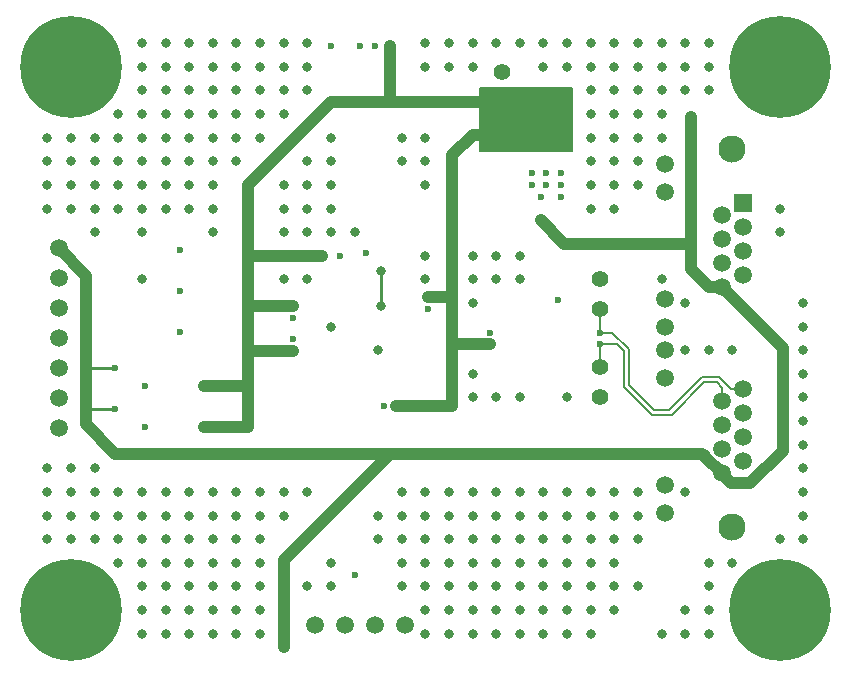
<source format=gbr>
%TF.GenerationSoftware,KiCad,Pcbnew,(6.0.1-0)*%
%TF.CreationDate,2022-12-13T14:32:30+01:00*%
%TF.ProjectId,CAN_Steppermodul,43414e5f-5374-4657-9070-65726d6f6475,rev?*%
%TF.SameCoordinates,Original*%
%TF.FileFunction,Copper,L4,Bot*%
%TF.FilePolarity,Positive*%
%FSLAX46Y46*%
G04 Gerber Fmt 4.6, Leading zero omitted, Abs format (unit mm)*
G04 Created by KiCad (PCBNEW (6.0.1-0)) date 2022-12-13 14:32:30*
%MOMM*%
%LPD*%
G01*
G04 APERTURE LIST*
%TA.AperFunction,ComponentPad*%
%ADD10C,8.600000*%
%TD*%
%TA.AperFunction,ComponentPad*%
%ADD11C,0.900000*%
%TD*%
%TA.AperFunction,ComponentPad*%
%ADD12C,1.400000*%
%TD*%
%TA.AperFunction,ComponentPad*%
%ADD13C,2.300000*%
%TD*%
%TA.AperFunction,ComponentPad*%
%ADD14C,1.500000*%
%TD*%
%TA.AperFunction,ComponentPad*%
%ADD15R,1.500000X1.500000*%
%TD*%
%TA.AperFunction,ComponentPad*%
%ADD16C,1.508000*%
%TD*%
%TA.AperFunction,ViaPad*%
%ADD17C,0.800000*%
%TD*%
%TA.AperFunction,ViaPad*%
%ADD18C,0.600000*%
%TD*%
%TA.AperFunction,Conductor*%
%ADD19C,1.000000*%
%TD*%
%TA.AperFunction,Conductor*%
%ADD20C,0.250000*%
%TD*%
%TA.AperFunction,Conductor*%
%ADD21C,0.200000*%
%TD*%
G04 APERTURE END LIST*
D10*
%TO.P,H4,1,1*%
%TO.N,GND*%
X178000000Y-76000000D03*
D11*
X178000000Y-79225000D03*
X175719581Y-78280419D03*
X180280419Y-73719581D03*
X180280419Y-78280419D03*
X174775000Y-76000000D03*
X175719581Y-73719581D03*
X178000000Y-72775000D03*
X181225000Y-76000000D03*
%TD*%
D10*
%TO.P,H3,1,1*%
%TO.N,GND*%
X118000000Y-76000000D03*
D11*
X118000000Y-79225000D03*
X115719581Y-78280419D03*
X120280419Y-73719581D03*
X120280419Y-78280419D03*
X114775000Y-76000000D03*
X115719581Y-73719581D03*
X118000000Y-72775000D03*
X121225000Y-76000000D03*
%TD*%
D10*
%TO.P,H2,1,1*%
%TO.N,GND*%
X118000000Y-122000000D03*
D11*
X118000000Y-125225000D03*
X115719581Y-124280419D03*
X120280419Y-119719581D03*
X120280419Y-124280419D03*
X114775000Y-122000000D03*
X115719581Y-119719581D03*
X118000000Y-118775000D03*
X121225000Y-122000000D03*
%TD*%
D10*
%TO.P,H1,1,1*%
%TO.N,GND*%
X178000000Y-122000000D03*
D11*
X178000000Y-125225000D03*
X175719581Y-124280419D03*
X180280419Y-119719581D03*
X180280419Y-124280419D03*
X174775000Y-122000000D03*
X175719581Y-119719581D03*
X178000000Y-118775000D03*
X181225000Y-122000000D03*
%TD*%
D12*
%TO.P,TP3,1,1*%
%TO.N,GND*%
X162750000Y-104000000D03*
%TO.P,TP3,2,2*%
%TO.N,/CAN-*%
X162750000Y-101460000D03*
%TD*%
%TO.P,TP2,1,1*%
%TO.N,GND*%
X162750000Y-94000000D03*
%TO.P,TP2,2,2*%
%TO.N,/CAN+*%
X162750000Y-96540000D03*
%TD*%
%TO.P,TP1,1,1*%
%TO.N,GND*%
X154460000Y-76460000D03*
%TO.P,TP1,2,2*%
%TO.N,+3V3*%
X154460000Y-79000000D03*
%TD*%
D13*
%TO.P,J4,SH*%
%TO.N,GND*%
X173985000Y-83000000D03*
X173985000Y-115000000D03*
D14*
%TO.P,J4,24*%
%TO.N,/LED4*%
X168275000Y-113740000D03*
%TO.P,J4,23*%
%TO.N,GND*%
X168275000Y-111450000D03*
%TO.P,J4,22*%
%TO.N,/LED3*%
X168275000Y-102310000D03*
%TO.P,J4,21*%
%TO.N,GND*%
X168275000Y-100020000D03*
%TO.P,J4,20*%
%TO.N,+24V*%
X173095000Y-110432000D03*
%TO.P,J4,19*%
%TO.N,GND*%
X174875000Y-109416000D03*
%TO.P,J4,18*%
X173095000Y-108400000D03*
%TO.P,J4,17*%
%TO.N,unconnected-(J4-Pad17)*%
X174875000Y-107384000D03*
%TO.P,J4,16*%
%TO.N,unconnected-(J4-Pad16)*%
X173095000Y-106368000D03*
%TO.P,J4,15*%
%TO.N,GND*%
X174875000Y-105352000D03*
%TO.P,J4,14*%
%TO.N,/CAN-*%
X173095000Y-104336000D03*
%TO.P,J4,13*%
%TO.N,/CAN+*%
X174875000Y-103320000D03*
%TO.P,J4,12*%
%TO.N,/LED2*%
X168275000Y-97990000D03*
%TO.P,J4,11*%
%TO.N,GND*%
X168275000Y-95700000D03*
%TO.P,J4,10*%
%TO.N,/LED1*%
X168275000Y-86560000D03*
%TO.P,J4,9*%
%TO.N,GND*%
X168275000Y-84270000D03*
%TO.P,J4,8*%
%TO.N,+24V*%
X173095000Y-94682000D03*
%TO.P,J4,7*%
%TO.N,GND*%
X174875000Y-93666000D03*
%TO.P,J4,6*%
X173095000Y-92650000D03*
%TO.P,J4,5*%
%TO.N,unconnected-(J4-Pad5)*%
X174875000Y-91634000D03*
%TO.P,J4,4*%
%TO.N,unconnected-(J4-Pad4)*%
X173095000Y-90618000D03*
%TO.P,J4,3*%
%TO.N,GND*%
X174875000Y-89602000D03*
%TO.P,J4,2*%
%TO.N,/CAN-*%
X173095000Y-88586000D03*
D15*
%TO.P,J4,1*%
%TO.N,/CAN+*%
X174875000Y-87570000D03*
%TD*%
D16*
%TO.P,J3,4,Pin_4*%
%TO.N,GND*%
X146310000Y-123300000D03*
%TO.P,J3,3,Pin_3*%
%TO.N,Net-(C11-Pad1)*%
X143770000Y-123300000D03*
%TO.P,J3,2,Pin_2*%
%TO.N,GND*%
X141230000Y-123300000D03*
%TO.P,J3,1,Pin_1*%
%TO.N,Net-(J3-Pad1)*%
X138690000Y-123300000D03*
%TD*%
%TO.P,J2,7,Pin_7*%
%TO.N,GND*%
X116950000Y-106620000D03*
%TO.P,J2,6,Pin_6*%
%TO.N,/ALM+*%
X116950000Y-104080000D03*
%TO.P,J2,5,Pin_5*%
%TO.N,/POS+*%
X116950000Y-101540000D03*
%TO.P,J2,4,Pin_4*%
%TO.N,/ENA-*%
X116950000Y-99000000D03*
%TO.P,J2,3,Pin_3*%
%TO.N,/DIR-*%
X116950000Y-96460000D03*
%TO.P,J2,2,Pin_2*%
%TO.N,/PUL-*%
X116950000Y-93920000D03*
%TO.P,J2,1,Pin_1*%
%TO.N,+24V*%
X116950000Y-91380000D03*
%TD*%
D17*
%TO.N,GND*%
X180000000Y-116000000D03*
X180000000Y-114000000D03*
X180000000Y-112000000D03*
X180000000Y-110000000D03*
X180000000Y-108000000D03*
X180000000Y-106000000D03*
X180000000Y-104000000D03*
X180000000Y-102000000D03*
X180000000Y-100000000D03*
X180000000Y-98000000D03*
X180000000Y-96000000D03*
X178000000Y-116000000D03*
X178000000Y-90000000D03*
X178000000Y-88000000D03*
X174000000Y-118000000D03*
X174000000Y-100000000D03*
X172000000Y-124000000D03*
X172000000Y-122000000D03*
X172000000Y-120000000D03*
X172000000Y-118000000D03*
X172000000Y-100000000D03*
X172000000Y-78000000D03*
X172000000Y-76000000D03*
X172000000Y-74000000D03*
X170000000Y-124000000D03*
X170000000Y-122000000D03*
X170000000Y-112000000D03*
X170000000Y-100000000D03*
X170000000Y-96000000D03*
X170000000Y-78000000D03*
X170000000Y-76000000D03*
X170000000Y-74000000D03*
X168000000Y-124000000D03*
X168000000Y-94000000D03*
X168000000Y-82000000D03*
X168000000Y-80000000D03*
X168000000Y-78000000D03*
X168000000Y-76000000D03*
X168000000Y-74000000D03*
X166000000Y-120000000D03*
X166000000Y-116000000D03*
X166000000Y-114000000D03*
X166000000Y-112000000D03*
X166000000Y-86000000D03*
X166000000Y-84000000D03*
X166000000Y-82000000D03*
X166000000Y-80000000D03*
X166000000Y-78000000D03*
X166000000Y-76000000D03*
X166000000Y-74000000D03*
X164000000Y-122000000D03*
X164000000Y-120000000D03*
X164000000Y-118000000D03*
X164000000Y-116000000D03*
X164000000Y-114000000D03*
X164000000Y-112000000D03*
X164000000Y-88000000D03*
X164000000Y-86000000D03*
X164000000Y-84000000D03*
X164000000Y-82000000D03*
X164000000Y-80000000D03*
X164000000Y-78000000D03*
X164000000Y-76000000D03*
X164000000Y-74000000D03*
X162000000Y-124000000D03*
X162000000Y-122000000D03*
X162000000Y-120000000D03*
X162000000Y-118000000D03*
X162000000Y-116000000D03*
X162000000Y-114000000D03*
X162000000Y-112000000D03*
X162000000Y-88000000D03*
X162000000Y-86000000D03*
X162000000Y-84000000D03*
X162000000Y-82000000D03*
X162000000Y-80000000D03*
X162000000Y-78000000D03*
X162000000Y-76000000D03*
X162000000Y-74000000D03*
X160000000Y-124000000D03*
X160000000Y-122000000D03*
X160000000Y-120000000D03*
X160000000Y-118000000D03*
X160000000Y-116000000D03*
X160000000Y-114000000D03*
X160000000Y-112000000D03*
X160000000Y-104000000D03*
X160000000Y-76000000D03*
X160000000Y-74000000D03*
X158000000Y-124000000D03*
X158000000Y-122000000D03*
X158000000Y-120000000D03*
X158000000Y-118000000D03*
X158000000Y-116000000D03*
X158000000Y-114000000D03*
X158000000Y-112000000D03*
X158000000Y-76000000D03*
X158000000Y-74000000D03*
X156000000Y-124000000D03*
X156000000Y-122000000D03*
X156000000Y-120000000D03*
X156000000Y-118000000D03*
X156000000Y-116000000D03*
X156000000Y-114000000D03*
X156000000Y-112000000D03*
X156000000Y-104000000D03*
X156000000Y-94000000D03*
X156000000Y-92000000D03*
X156000000Y-74000000D03*
X154000000Y-124000000D03*
X154000000Y-122000000D03*
X154000000Y-120000000D03*
X154000000Y-118000000D03*
X154000000Y-116000000D03*
X154000000Y-114000000D03*
X154000000Y-112000000D03*
X154000000Y-104000000D03*
X154000000Y-94000000D03*
X154000000Y-92000000D03*
X154000000Y-74000000D03*
X152000000Y-124000000D03*
X152000000Y-122000000D03*
X152000000Y-120000000D03*
X152000000Y-118000000D03*
X152000000Y-116000000D03*
X152000000Y-114000000D03*
X152000000Y-112000000D03*
X152000000Y-104000000D03*
X152000000Y-102000000D03*
X152000000Y-96000000D03*
X152000000Y-94000000D03*
X152000000Y-92000000D03*
X152000000Y-76000000D03*
X152000000Y-74000000D03*
X150000000Y-124000000D03*
X150000000Y-122000000D03*
X150000000Y-120000000D03*
X150000000Y-118000000D03*
X150000000Y-116000000D03*
X150000000Y-114000000D03*
X150000000Y-112000000D03*
X150000000Y-76000000D03*
X150000000Y-74000000D03*
X148000000Y-124000000D03*
X148000000Y-122000000D03*
X148000000Y-120000000D03*
X148000000Y-118000000D03*
X148000000Y-116000000D03*
X148000000Y-114000000D03*
X148000000Y-112000000D03*
X148000000Y-94000000D03*
X148000000Y-92000000D03*
X148000000Y-86000000D03*
X148000000Y-84000000D03*
X148000000Y-82000000D03*
X148000000Y-76000000D03*
X148000000Y-74000000D03*
X146000000Y-120000000D03*
X146000000Y-118000000D03*
X146000000Y-116000000D03*
X146000000Y-114000000D03*
X146000000Y-112000000D03*
X146000000Y-84000000D03*
X146000000Y-82000000D03*
X144000000Y-116000000D03*
X144000000Y-114000000D03*
X144000000Y-100000000D03*
X142000000Y-90000000D03*
X140000000Y-120000000D03*
X140000000Y-118000000D03*
X140000000Y-98000000D03*
X140000000Y-90000000D03*
X140000000Y-88000000D03*
X140000000Y-86000000D03*
X140000000Y-84000000D03*
X140000000Y-82000000D03*
X138000000Y-120000000D03*
X138000000Y-112000000D03*
X138000000Y-94000000D03*
X138000000Y-90000000D03*
X138000000Y-88000000D03*
X138000000Y-86000000D03*
X138000000Y-84000000D03*
X138000000Y-78000000D03*
X138000000Y-76000000D03*
X138000000Y-74000000D03*
X136000000Y-114000000D03*
X136000000Y-112000000D03*
X136000000Y-94000000D03*
X136000000Y-90000000D03*
X136000000Y-88000000D03*
X136000000Y-86000000D03*
X136000000Y-80000000D03*
X136000000Y-78000000D03*
X136000000Y-76000000D03*
X136000000Y-74000000D03*
X134000000Y-124000000D03*
X134000000Y-122000000D03*
X134000000Y-120000000D03*
X134000000Y-118000000D03*
X134000000Y-116000000D03*
X134000000Y-114000000D03*
X134000000Y-112000000D03*
X134000000Y-82000000D03*
X134000000Y-80000000D03*
X134000000Y-78000000D03*
X134000000Y-76000000D03*
X134000000Y-74000000D03*
X132000000Y-124000000D03*
X132000000Y-122000000D03*
X132000000Y-120000000D03*
X132000000Y-118000000D03*
X132000000Y-116000000D03*
X132000000Y-114000000D03*
X132000000Y-112000000D03*
X132000000Y-84000000D03*
X132000000Y-82000000D03*
X132000000Y-80000000D03*
X132000000Y-78000000D03*
X132000000Y-76000000D03*
X132000000Y-74000000D03*
X130000000Y-124000000D03*
X130000000Y-122000000D03*
X130000000Y-120000000D03*
X130000000Y-118000000D03*
X130000000Y-116000000D03*
X130000000Y-114000000D03*
X130000000Y-112000000D03*
X130000000Y-90000000D03*
X130000000Y-88000000D03*
X130000000Y-86000000D03*
X130000000Y-84000000D03*
X130000000Y-82000000D03*
X130000000Y-80000000D03*
X130000000Y-78000000D03*
X130000000Y-76000000D03*
X130000000Y-74000000D03*
X128000000Y-124000000D03*
X128000000Y-122000000D03*
X128000000Y-120000000D03*
X128000000Y-118000000D03*
X128000000Y-116000000D03*
X128000000Y-114000000D03*
X128000000Y-112000000D03*
X128000000Y-88000000D03*
X128000000Y-86000000D03*
X128000000Y-84000000D03*
X128000000Y-82000000D03*
X128000000Y-80000000D03*
X128000000Y-78000000D03*
X128000000Y-76000000D03*
X128000000Y-74000000D03*
X126000000Y-124000000D03*
X126000000Y-122000000D03*
X126000000Y-120000000D03*
X126000000Y-118000000D03*
X126000000Y-116000000D03*
X126000000Y-114000000D03*
X126000000Y-112000000D03*
X126000000Y-88000000D03*
X126000000Y-86000000D03*
X126000000Y-84000000D03*
X126000000Y-82000000D03*
X126000000Y-80000000D03*
X126000000Y-78000000D03*
X126000000Y-76000000D03*
X126000000Y-74000000D03*
X124000000Y-124000000D03*
X124000000Y-122000000D03*
X124000000Y-120000000D03*
X124000000Y-118000000D03*
X124000000Y-116000000D03*
X124000000Y-114000000D03*
X124000000Y-112000000D03*
X124000000Y-94000000D03*
X124000000Y-90000000D03*
X124000000Y-88000000D03*
X124000000Y-86000000D03*
X124000000Y-84000000D03*
X124000000Y-82000000D03*
X124000000Y-80000000D03*
X124000000Y-78000000D03*
X124000000Y-76000000D03*
X124000000Y-74000000D03*
X122000000Y-118000000D03*
X122000000Y-116000000D03*
X122000000Y-114000000D03*
X122000000Y-112000000D03*
X122000000Y-88000000D03*
X122000000Y-86000000D03*
X122000000Y-84000000D03*
X122000000Y-82000000D03*
X122000000Y-80000000D03*
X120000000Y-116000000D03*
X120000000Y-114000000D03*
X120000000Y-112000000D03*
X120000000Y-110000000D03*
X120000000Y-90000000D03*
X120000000Y-88000000D03*
X120000000Y-86000000D03*
X120000000Y-84000000D03*
X120000000Y-82000000D03*
X118000000Y-116000000D03*
X118000000Y-114000000D03*
X118000000Y-112000000D03*
X118000000Y-110000000D03*
X118000000Y-88000000D03*
X118000000Y-86000000D03*
X118000000Y-84000000D03*
X118000000Y-82000000D03*
X116000000Y-116000000D03*
X116000000Y-114000000D03*
X116000000Y-112000000D03*
X116000000Y-110000000D03*
X116000000Y-88000000D03*
X116000000Y-86000000D03*
X116000000Y-84000000D03*
X116000000Y-82000000D03*
D18*
X142000000Y-119000000D03*
X124250000Y-106510000D03*
X124250000Y-103010000D03*
X127250000Y-98490000D03*
X127250000Y-94990000D03*
X127250000Y-91490000D03*
X140000000Y-74250000D03*
X142500000Y-74250000D03*
X143750000Y-74250000D03*
%TO.N,+3V3*%
X145000000Y-74250000D03*
X136755000Y-100000000D03*
%TO.N,GND*%
X136755000Y-99040000D03*
X136750000Y-97250000D03*
%TO.N,+3V3*%
X136755000Y-96250000D03*
X129250000Y-103000000D03*
X129250000Y-106500000D03*
%TO.N,GND*%
X144525000Y-104750000D03*
%TO.N,+3V3*%
X145485000Y-104750000D03*
X154000000Y-82600000D03*
X159500000Y-82000000D03*
X157000000Y-82000000D03*
X139230000Y-92000000D03*
%TO.N,GND*%
X140765000Y-92015000D03*
X143000000Y-91750000D03*
%TO.N,+24V*%
X170500000Y-80250000D03*
%TO.N,GND*%
X159500000Y-87000000D03*
X159500000Y-86000000D03*
X158250000Y-86000000D03*
X157000000Y-86000000D03*
X157750000Y-87000000D03*
X159500000Y-85000000D03*
X158250000Y-85000000D03*
X157000000Y-85000000D03*
%TO.N,+24V*%
X157750000Y-89000000D03*
%TO.N,GND*%
X159250000Y-95750000D03*
%TO.N,+3V3*%
X148255000Y-95520000D03*
%TO.N,GND*%
X148255000Y-96480000D03*
%TO.N,+3V3*%
X153510000Y-99490000D03*
%TO.N,GND*%
X153510000Y-98510000D03*
%TO.N,/CAN+*%
X162750000Y-98500000D03*
%TO.N,/CAN-*%
X162745000Y-99505000D03*
%TO.N,+24V*%
X136000000Y-125162500D03*
X121750000Y-101500000D03*
X121750000Y-105000000D03*
D17*
%TO.N,+3V3*%
X154500000Y-81000000D03*
X156250000Y-80500000D03*
X157750000Y-80500000D03*
X159250000Y-80500000D03*
X159250000Y-79000000D03*
X157750000Y-79000000D03*
X156250000Y-79000000D03*
%TO.N,/NRST*%
X144250000Y-96250000D03*
X144250000Y-93250000D03*
%TD*%
D19*
%TO.N,+3V3*%
X133000000Y-92000000D02*
X133000000Y-96500000D01*
X133000000Y-86000000D02*
X133000000Y-92000000D01*
X133000000Y-92000000D02*
X139230000Y-92000000D01*
X154460000Y-79000000D02*
X144750000Y-79000000D01*
X145000000Y-78750000D02*
X144750000Y-79000000D01*
X144750000Y-79000000D02*
X140000000Y-79000000D01*
X145000000Y-74250000D02*
X145000000Y-78750000D01*
X133000000Y-96500000D02*
X133000000Y-100000000D01*
X133250000Y-96250000D02*
X136755000Y-96250000D01*
X133000000Y-96500000D02*
X133250000Y-96250000D01*
X133000000Y-100000000D02*
X133000000Y-103000000D01*
X133039511Y-100039511D02*
X136755000Y-100039511D01*
X133000000Y-100000000D02*
X133039511Y-100039511D01*
X133000000Y-103000000D02*
X133000000Y-106500000D01*
X133000000Y-103000000D02*
X129250000Y-103000000D01*
X140000000Y-79000000D02*
X133000000Y-86000000D01*
X133000000Y-106500000D02*
X129250000Y-106500000D01*
X150250000Y-95500000D02*
X150250000Y-99750000D01*
X150250000Y-83500000D02*
X150250000Y-95500000D01*
X150250000Y-95500000D02*
X150230489Y-95480489D01*
X150230489Y-95480489D02*
X148255000Y-95480489D01*
X150250000Y-99750000D02*
X150250000Y-104750000D01*
X150250000Y-99750000D02*
X150490489Y-99509511D01*
X150490489Y-99509511D02*
X153510000Y-99509511D01*
X150250000Y-104750000D02*
X145524511Y-104750000D01*
%TO.N,+24V*%
X170500000Y-80250000D02*
X170500000Y-91000000D01*
X170500000Y-91000000D02*
X159750000Y-91000000D01*
X159750000Y-91000000D02*
X157750000Y-89000000D01*
X119250000Y-105250000D02*
X119250000Y-101250000D01*
D20*
X119500000Y-101500000D02*
X119250000Y-101250000D01*
D19*
X119250000Y-101250000D02*
X119250000Y-93680000D01*
D20*
X121750000Y-101500000D02*
X119500000Y-101500000D01*
D19*
X119250000Y-106250000D02*
X119250000Y-105250000D01*
D20*
X121750000Y-105000000D02*
X119500000Y-105000000D01*
X119500000Y-105000000D02*
X119250000Y-105250000D01*
D19*
X136000000Y-125162500D02*
X136000000Y-117750000D01*
X136000000Y-117750000D02*
X145000000Y-108750000D01*
X145000000Y-108750000D02*
X121750000Y-108750000D01*
X121750000Y-108750000D02*
X119250000Y-106250000D01*
X119250000Y-93680000D02*
X116950000Y-91380000D01*
X170500000Y-91000000D02*
X170500000Y-93147660D01*
X170500000Y-93147660D02*
X172034340Y-94682000D01*
X172034340Y-94682000D02*
X173095000Y-94682000D01*
X145000000Y-108750000D02*
X171413000Y-108750000D01*
X171413000Y-108750000D02*
X171645489Y-108982489D01*
X171645489Y-108982489D02*
X171645489Y-109000408D01*
X171645489Y-109000408D02*
X173077081Y-110432000D01*
X173077081Y-110432000D02*
X173095000Y-110432000D01*
X173095000Y-94682000D02*
X178250000Y-99837000D01*
X178250000Y-99837000D02*
X178250000Y-108500000D01*
X178250000Y-108500000D02*
X175500000Y-111250000D01*
X175500000Y-111250000D02*
X173913000Y-111250000D01*
X173913000Y-111250000D02*
X173095000Y-110432000D01*
%TO.N,+3V3*%
X154500000Y-81000000D02*
X153750000Y-81750000D01*
X153750000Y-81750000D02*
X152000000Y-81750000D01*
X152000000Y-81750000D02*
X150250000Y-83500000D01*
D20*
%TO.N,/NRST*%
X144250000Y-96250000D02*
X144250000Y-93250000D01*
D21*
%TO.N,/CAN-*%
X162745000Y-99505000D02*
X162745000Y-101455000D01*
X162745000Y-101455000D02*
X162750000Y-101460000D01*
%TO.N,/CAN+*%
X162745000Y-98495000D02*
X162745000Y-96545000D01*
X162745000Y-96545000D02*
X162750000Y-96540000D01*
%TO.N,/CAN-*%
X173095000Y-104336000D02*
X173095000Y-103163200D01*
X173095000Y-103163200D02*
X172656800Y-102725000D01*
X168843200Y-105475000D02*
X167156800Y-105475000D01*
X171593200Y-102725000D02*
X168843200Y-105475000D01*
X172656800Y-102725000D02*
X171593200Y-102725000D01*
X167156800Y-105475000D02*
X164775000Y-103093200D01*
X164775000Y-103093200D02*
X164775000Y-100093200D01*
X164775000Y-100093200D02*
X164186800Y-99505000D01*
X164186800Y-99505000D02*
X162745000Y-99505000D01*
%TO.N,/CAN+*%
X174875000Y-103320000D02*
X173888200Y-103320000D01*
X173888200Y-103320000D02*
X172843200Y-102275000D01*
X172843200Y-102275000D02*
X171406800Y-102275000D01*
X171406800Y-102275000D02*
X168656800Y-105025000D01*
X168656800Y-105025000D02*
X167343200Y-105025000D01*
X167343200Y-105025000D02*
X165225000Y-102906800D01*
X162750000Y-98500000D02*
X162745000Y-98495000D01*
X165225000Y-102906800D02*
X165225000Y-99906800D01*
X165225000Y-99906800D02*
X163818200Y-98500000D01*
X163818200Y-98500000D02*
X162750000Y-98500000D01*
%TD*%
%TA.AperFunction,Conductor*%
%TO.N,+3V3*%
G36*
X160442121Y-77770002D02*
G01*
X160488614Y-77823658D01*
X160500000Y-77876000D01*
X160500000Y-83124000D01*
X160479998Y-83192121D01*
X160426342Y-83238614D01*
X160374000Y-83250000D01*
X152626000Y-83250000D01*
X152557879Y-83229998D01*
X152511386Y-83176342D01*
X152500000Y-83124000D01*
X152500000Y-77876000D01*
X152520002Y-77807879D01*
X152573658Y-77761386D01*
X152626000Y-77750000D01*
X160374000Y-77750000D01*
X160442121Y-77770002D01*
G37*
%TD.AperFunction*%
%TD*%
M02*

</source>
